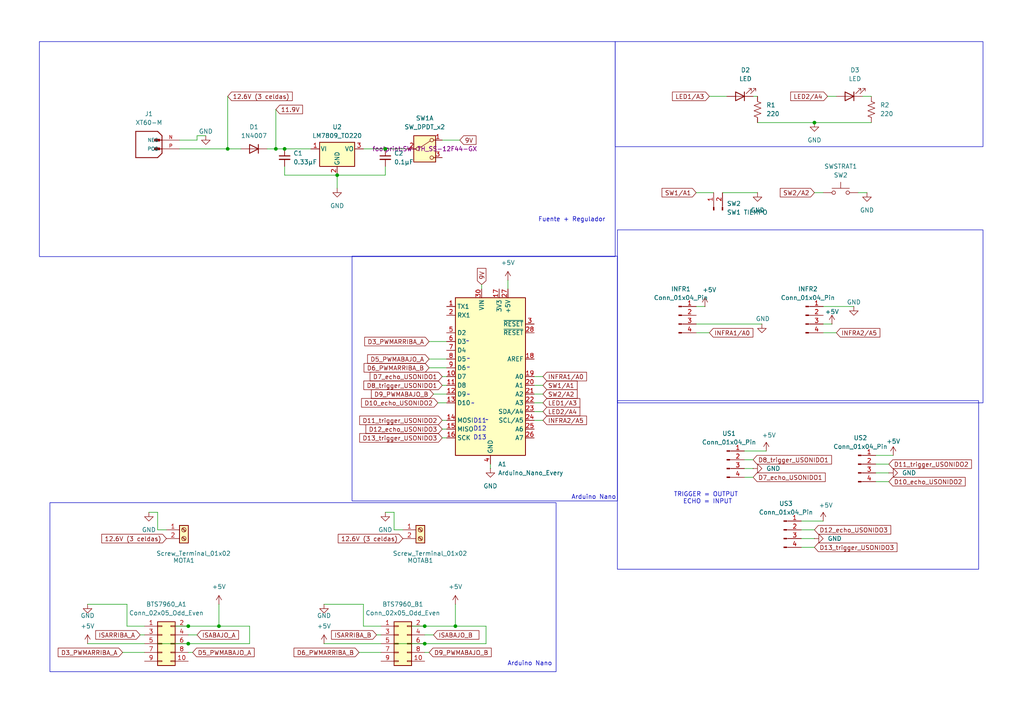
<source format=kicad_sch>
(kicad_sch (version 20250114) (generator "eeschema") (generator_version "9.0")
  (paper "A4")
  (lib_symbols
    (symbol "Connector:Conn_01x02_Pin" (pin_names (offset 1.016) (hide yes))
      (property "Reference" "J" (at 0 2.54 0))
      (property "Value" "Conn_01x02_Pin" (at 0 -5.08 0))
      (symbol "Conn_01x02_Pin_1_1"
        (rectangle (start 0.8636 0.127) (end 0 -0.127) (stroke (width 0.1524)) (fill (type outline)))
        (rectangle (start 0.8636 -2.413) (end 0 -2.667) (stroke (width 0.1524)) (fill (type outline)))
        (polyline (pts (xy 1.27 0) (xy 0.8636 0)) (stroke (width 0.1524)))
        (polyline (pts (xy 1.27 -2.54) (xy 0.8636 -2.54)) (stroke (width 0.1524)))
        (pin passive line (at 5.08 0 180) (length 3.81) (name "Pin_1") (number "1"))
        (pin passive line (at 5.08 -2.54 180) (length 3.81) (name "Pin_2") (number "2"))
      )
    )
    (symbol "Connector:Conn_01x04_Pin" (pin_names (offset 1.016) (hide yes))
      (property "Reference" "J" (at 0 5.08 0))
      (property "Value" "Conn_01x04_Pin" (at 0 -7.62 0))
      (symbol "Conn_01x04_Pin_1_1"
        (rectangle (start 0.8636 2.667) (end 0 2.413) (stroke (width 0.1524)) (fill (type outline)))
        (rectangle (start 0.8636 0.127) (end 0 -0.127) (stroke (width 0.1524)) (fill (type outline)))
        (rectangle (start 0.8636 -2.413) (end 0 -2.667) (stroke (width 0.1524)) (fill (type outline)))
        (rectangle (start 0.8636 -4.953) (end 0 -5.207) (stroke (width 0.1524)) (fill (type outline)))
        (polyline (pts (xy 1.27 2.54) (xy 0.8636 2.54)) (stroke (width 0.1524)))
        (polyline (pts (xy 1.27 0) (xy 0.8636 0)) (stroke (width 0.1524)))
        (polyline (pts (xy 1.27 -2.54) (xy 0.8636 -2.54)) (stroke (width 0.1524)))
        (polyline (pts (xy 1.27 -5.08) (xy 0.8636 -5.08)) (stroke (width 0.1524)))
        (pin passive line (at 5.08 2.54 180) (length 3.81) (name "Pin_1") (number "1"))
        (pin passive line (at 5.08 0 180) (length 3.81) (name "Pin_2") (number "2"))
        (pin passive line (at 5.08 -2.54 180) (length 3.81) (name "Pin_3") (number "3"))
        (pin passive line (at 5.08 -5.08 180) (length 3.81) (name "Pin_4") (number "4"))
      )
    )
    (symbol "Connector:Screw_Terminal_01x02" (pin_names (offset 1.016) (hide yes))
      (property "Reference" "J" (at 0 2.54 0))
      (property "Value" "Screw_Terminal_01x02" (at 0 -5.08 0))
      (symbol "Screw_Terminal_01x02_1_1"
        (rectangle (start -1.27 1.27) (end 1.27 -3.81) (stroke (width 0.254)) (fill (type background)))
        (polyline (pts (xy -0.5334 0.3302) (xy 0.3302 -0.508)) (stroke (width 0.1524)))
        (polyline (pts (xy -0.5334 -2.2098) (xy 0.3302 -3.048)) (stroke (width 0.1524)))
        (polyline (pts (xy -0.3556 0.508) (xy 0.508 -0.3302)) (stroke (width 0.1524)))
        (polyline (pts (xy -0.3556 -2.032) (xy 0.508 -2.8702)) (stroke (width 0.1524)))
        (circle (center 0 0) (radius 0.635) (stroke (width 0.1524)))
        (circle (center 0 -2.54) (radius 0.635) (stroke (width 0.1524)))
        (pin passive line (at -5.08 0 0) (length 3.81) (name "Pin_1") (number "1"))
        (pin passive line (at -5.08 -2.54 0) (length 3.81) (name "Pin_2") (number "2"))
      )
    )
    (symbol "Connector_Generic:Conn_02x05_Odd_Even" (pin_names (offset 1.016) (hide yes))
      (property "Reference" "J" (at 1.27 7.62 0))
      (property "Value" "Conn_02x05_Odd_Even" (at 1.27 -7.62 0))
      (symbol "Conn_02x05_Odd_Even_1_1"
        (rectangle (start -1.27 6.35) (end 3.81 -6.35) (stroke (width 0.254)) (fill (type background)))
        (rectangle (start -1.27 5.207) (end 0 4.953) (stroke (width 0.1524)))
        (rectangle (start -1.27 2.667) (end 0 2.413) (stroke (width 0.1524)))
        (rectangle (start -1.27 0.127) (end 0 -0.127) (stroke (width 0.1524)))
        (rectangle (start -1.27 -2.413) (end 0 -2.667) (stroke (width 0.1524)))
        (rectangle (start -1.27 -4.953) (end 0 -5.207) (stroke (width 0.1524)))
        (rectangle (start 3.81 5.207) (end 2.54 4.953) (stroke (width 0.1524)))
        (rectangle (start 3.81 2.667) (end 2.54 2.413) (stroke (width 0.1524)))
        (rectangle (start 3.81 0.127) (end 2.54 -0.127) (stroke (width 0.1524)))
        (rectangle (start 3.81 -2.413) (end 2.54 -2.667) (stroke (width 0.1524)))
        (rectangle (start 3.81 -4.953) (end 2.54 -5.207) (stroke (width 0.1524)))
        (pin passive line (at -5.08 5.08 0) (length 3.81) (name "Pin_1") (number "1"))
        (pin passive line (at -5.08 2.54 0) (length 3.81) (name "Pin_3") (number "3"))
        (pin passive line (at -5.08 0 0) (length 3.81) (name "Pin_5") (number "5"))
        (pin passive line (at -5.08 -2.54 0) (length 3.81) (name "Pin_7") (number "7"))
        (pin passive line (at -5.08 -5.08 0) (length 3.81) (name "Pin_9") (number "9"))
        (pin passive line (at 7.62 5.08 180) (length 3.81) (name "Pin_2") (number "2"))
        (pin passive line (at 7.62 2.54 180) (length 3.81) (name "Pin_4") (number "4"))
        (pin passive line (at 7.62 0 180) (length 3.81) (name "Pin_6") (number "6"))
        (pin passive line (at 7.62 -2.54 180) (length 3.81) (name "Pin_8") (number "8"))
        (pin passive line (at 7.62 -5.08 180) (length 3.81) (name "Pin_10") (number "10"))
      )
    )
    (symbol "Device:C_Small" (pin_numbers (hide yes)) (pin_names (offset 0.254) (hide yes))
      (property "Reference" "C" (at 0.254 1.778 0))
      (property "Value" "C_Small" (at 0.254 -2.032 0))
      (symbol "C_Small_0_1"
        (polyline (pts (xy -1.524 0.508) (xy 1.524 0.508)) (stroke (width 0.3048)))
        (polyline (pts (xy -1.524 -0.508) (xy 1.524 -0.508)) (stroke (width 0.3302)))
      )
      (symbol "C_Small_1_1"
        (pin passive line (at 0 2.54 270) (length 2.032) (name "~") (number "1"))
        (pin passive line (at 0 -2.54 90) (length 2.032) (name "~") (number "2"))
      )
    )
    (symbol "Device:LED" (pin_numbers (hide yes)) (pin_names (offset 1.016) (hide yes))
      (property "Reference" "D" (at 0 2.54 0))
      (property "Value" "LED" (at 0 -2.54 0))
      (symbol "LED_0_1"
        (polyline (pts (xy -3.048 -0.762) (xy -4.572 -2.286) (xy -3.81 -2.286) (xy -4.572 -2.286) (xy -4.572 -1.524)))
        (polyline (pts (xy -1.778 -0.762) (xy -3.302 -2.286) (xy -2.54 -2.286) (xy -3.302 -2.286) (xy -3.302 -1.524)))
        (polyline (pts (xy -1.27 0) (xy 1.27 0)))
        (polyline (pts (xy -1.27 -1.27) (xy -1.27 1.27)) (stroke (width 0.254)))
        (polyline (pts (xy 1.27 -1.27) (xy 1.27 1.27) (xy -1.27 0) (xy 1.27 -1.27)) (stroke (width 0.254)))
      )
      (symbol "LED_1_1"
        (pin passive line (at -3.81 0 0) (length 2.54) (name "K") (number "1"))
        (pin passive line (at 3.81 0 180) (length 2.54) (name "A") (number "2"))
      )
    )
    (symbol "Device:R_US" (pin_numbers (hide yes)) (pin_names (offset 0))
      (property "Reference" "R" (at 2.54 0 90))
      (property "Value" "R_US" (at -2.54 0 90))
      (symbol "R_US_0_1"
        (polyline (pts (xy 0 2.286) (xy 0 2.54)))
        (polyline (pts (xy 0 2.286) (xy 1.016 1.905) (xy 0 1.524) (xy -1.016 1.143) (xy 0 0.762)))
        (polyline (pts (xy 0 0.762) (xy 1.016 0.381) (xy 0 0) (xy -1.016 -0.381) (xy 0 -0.762)))
        (polyline (pts (xy 0 -0.762) (xy 1.016 -1.143) (xy 0 -1.524) (xy -1.016 -1.905) (xy 0 -2.286)))
        (polyline (pts (xy 0 -2.286) (xy 0 -2.54)))
      )
      (symbol "R_US_1_1"
        (pin passive line (at 0 3.81 270) (length 1.27) (name "~") (number "1"))
        (pin passive line (at 0 -3.81 90) (length 1.27) (name "~") (number "2"))
      )
    )
    (symbol "Diode:1N4007" (pin_numbers (hide yes)) (pin_names (hide yes))
      (property "Reference" "D" (at 0 2.54 0))
      (property "Value" "1N4007" (at 0 -2.54 0))
      (symbol "1N4007_0_1"
        (polyline (pts (xy -1.27 1.27) (xy -1.27 -1.27)) (stroke (width 0.254)))
        (polyline (pts (xy 1.27 1.27) (xy 1.27 -1.27) (xy -1.27 0) (xy 1.27 1.27)) (stroke (width 0.254)))
        (polyline (pts (xy 1.27 0) (xy -1.27 0)))
      )
      (symbol "1N4007_1_1"
        (pin passive line (at -3.81 0 0) (length 2.54) (name "K") (number "1"))
        (pin passive line (at 3.81 0 180) (length 2.54) (name "A") (number "2"))
      )
    )
    (symbol "MCU_Module:Arduino_Nano_Every"
      (property "Reference" "A" (at -10.16 23.495 0))
      (property "Value" "Arduino_Nano_Every" (at 5.08 -24.13 0))
      (symbol "Arduino_Nano_Every_0_1"
        (rectangle (start -10.16 22.86) (end 10.16 -22.86) (stroke (width 0.254)) (fill (type background)))
      )
      (symbol "Arduino_Nano_Every_1_1"
        (pin bidirectional line (at -12.7 20.32 0) (length 2.54) (name "TX1") (number "1"))
        (pin bidirectional line (at -12.7 17.78 0) (length 2.54) (name "RX1") (number "2"))
        (pin bidirectional line (at -12.7 12.7 0) (length 2.54) (name "D2") (number "5"))
        (pin bidirectional line (at -12.7 10.16 0) (length 2.54) (name "D3") (number "6"))
        (pin bidirectional line (at -12.7 7.62 0) (length 2.54) (name "D4") (number "7"))
        (pin bidirectional line (at -12.7 5.08 0) (length 2.54) (name "D5") (number "8"))
        (pin bidirectional line (at -12.7 2.54 0) (length 2.54) (name "D6") (number "9"))
        (pin bidirectional line (at -12.7 0 0) (length 2.54) (name "D7") (number "10"))
        (pin bidirectional line (at -12.7 -2.54 0) (length 2.54) (name "D8") (number "11"))
        (pin bidirectional line (at -12.7 -5.08 0) (length 2.54) (name "D9") (number "12"))
        (pin bidirectional line (at -12.7 -7.62 0) (length 2.54) (name "D10") (number "13"))
        (pin bidirectional line (at -12.7 -12.7 0) (length 2.54) (name "MOSI") (number "14"))
        (pin bidirectional line (at -12.7 -15.24 0) (length 2.54) (name "MISO") (number "15"))
        (pin bidirectional line (at -12.7 -17.78 0) (length 2.54) (name "SCK") (number "16"))
        (pin power_in line (at -2.54 25.4 270) (length 2.54) (name "VIN") (number "30"))
        (pin passive line (at 0 -25.4 90) (length 2.54) (hide yes) (name "GND") (number "29"))
        (pin power_in line (at 0 -25.4 90) (length 2.54) (name "GND") (number "4"))
        (pin power_out line (at 2.54 25.4 270) (length 2.54) (name "3V3") (number "17"))
        (pin power_out line (at 5.08 25.4 270) (length 2.54) (name "+5V") (number "27"))
        (pin input line (at 12.7 15.24 180) (length 2.54) (name "~{RESET}") (number "3"))
        (pin input line (at 12.7 12.7 180) (length 2.54) (name "~{RESET}") (number "28"))
        (pin input line (at 12.7 5.08 180) (length 2.54) (name "AREF") (number "18"))
        (pin bidirectional line (at 12.7 0 180) (length 2.54) (name "A0") (number "19"))
        (pin bidirectional line (at 12.7 -2.54 180) (length 2.54) (name "A1") (number "20"))
        (pin bidirectional line (at 12.7 -5.08 180) (length 2.54) (name "A2") (number "21"))
        (pin bidirectional line (at 12.7 -7.62 180) (length 2.54) (name "A3") (number "22"))
        (pin bidirectional line (at 12.7 -10.16 180) (length 2.54) (name "SDA/A4") (number "23"))
        (pin bidirectional line (at 12.7 -12.7 180) (length 2.54) (name "SCL/A5") (number "24"))
        (pin bidirectional line (at 12.7 -15.24 180) (length 2.54) (name "A6") (number "25"))
        (pin bidirectional line (at 12.7 -17.78 180) (length 2.54) (name "A7") (number "26"))
      )
    )
    (symbol "Regulator_Linear:LM7809_TO220" (pin_names (offset 0.254))
      (property "Reference" "U" (at -3.81 3.175 0))
      (property "Value" "LM7809_TO220" (at 0 3.175 0))
      (symbol "LM7809_TO220_0_1"
        (rectangle (start -5.08 1.905) (end 5.08 -5.08) (stroke (width 0.254)) (fill (type background)))
      )
      (symbol "LM7809_TO220_1_1"
        (pin power_in line (at -7.62 0 0) (length 2.54) (name "VI") (number "1"))
        (pin power_in line (at 0 -7.62 90) (length 2.54) (name "GND") (number "2"))
        (pin power_out line (at 7.62 0 180) (length 2.54) (name "VO") (number "3"))
      )
    )
    (symbol "Switch:SW_DPDT_x2" (pin_names (offset 0) (hide yes))
      (property "Reference" "SW" (at 0 5.08 0))
      (property "Value" "SW_DPDT_x2" (at 0 -5.08 0))
      (symbol "SW_DPDT_x2_0_0"
        (circle (center -2.032 0) (radius 0.508))
        (circle (center 2.032 -2.54) (radius 0.508))
      )
      (symbol "SW_DPDT_x2_0_1"
        (rectangle (start -3.175 3.81) (end 3.175 -3.81) (stroke (width 0.254)) (fill (type background)))
        (polyline (pts (xy -1.524 0.254) (xy 1.5748 2.286)))
        (circle (center 2.032 2.54) (radius 0.508))
      )
      (symbol "SW_DPDT_x2_1_1"
        (pin passive line (at -5.08 0 0) (length 2.54) (name "B") (number "2"))
        (pin passive line (at 5.08 2.54 180) (length 2.54) (name "A") (number "1"))
        (pin passive line (at 5.08 -2.54 180) (length 2.54) (name "C") (number "3"))
      )
      (symbol "SW_DPDT_x2_2_1"
        (pin passive line (at -5.08 0 0) (length 2.54) (name "B") (number "5"))
        (pin passive line (at 5.08 2.54 180) (length 2.54) (name "A") (number "4"))
        (pin passive line (at 5.08 -2.54 180) (length 2.54) (name "C") (number "6"))
      )
    )
    (symbol "Switch:SW_Push" (pin_numbers (hide yes)) (pin_names (offset 1.016) (hide yes))
      (property "Reference" "SW" (at 1.27 2.54 0))
      (property "Value" "SW_Push" (at 0 -1.524 0))
      (symbol "SW_Push_0_1"
        (circle (center -2.032 0) (radius 0.508))
        (polyline (pts (xy 0 1.27) (xy 0 3.048)))
        (circle (center 2.032 0) (radius 0.508))
        (polyline (pts (xy 2.54 1.27) (xy -2.54 1.27)))
        (pin passive line (at -5.08 0 0) (length 2.54) (name "1") (number "1"))
        (pin passive line (at 5.08 0 180) (length 2.54) (name "2") (number "2"))
      )
    )
    (symbol "XT60-M:XT60-M" (pin_names (offset 1.016))
      (property "Reference" "J" (at 0 6.35 0))
      (property "Value" "XT60-M" (at 0 -5.08 0))
      (symbol "XT60-M_0_0"
        (polyline (pts (xy 0 3.81) (xy 0 2.54)) (stroke (width 0.254)))
        (polyline (pts (xy 0 3.81) (xy 1.27 5.08)) (stroke (width 0.254)))
        (polyline (pts (xy 0 2.54) (xy 0 -1.27)) (stroke (width 0.254)))
        (polyline (pts (xy 0 2.54) (xy 1.905 2.54)) (stroke (width 0.254)))
        (polyline (pts (xy 0 0) (xy 1.905 0)) (stroke (width 0.254)))
        (polyline (pts (xy 0 -1.27) (xy 1.27 -2.54)) (stroke (width 0.254)))
        (rectangle (start 0.635 2.2225) (end 2.2225 2.8575) (stroke (width 0.1)) (fill (type outline)))
        (rectangle (start 0.635 -0.3175) (end 2.2225 0.3175) (stroke (width 0.1)) (fill (type outline)))
        (polyline (pts (xy 1.27 -2.54) (xy 7.62 -2.54)) (stroke (width 0.254)))
        (polyline (pts (xy 7.62 5.08) (xy 1.27 5.08)) (stroke (width 0.254)))
        (polyline (pts (xy 7.62 -2.54) (xy 7.62 5.08)) (stroke (width 0.254)))
        (pin passive line (at -5.08 2.54 0) (length 5.08) (name "POS") (number "P"))
        (pin passive line (at -5.08 0 0) (length 5.08) (name "NEG") (number "N"))
      )
    )
    (symbol "power:+5V" (power) (pin_numbers (hide yes)) (pin_names (offset 0) (hide yes))
      (property "Value" "+5V" (at 0 3.556 0))
      (symbol "+5V_0_1"
        (polyline (pts (xy -0.762 1.27) (xy 0 2.54)))
        (polyline (pts (xy 0 2.54) (xy 0.762 1.27)))
        (polyline (pts (xy 0 0) (xy 0 2.54)))
      )
      (symbol "+5V_1_1"
        (pin power_in line (at 0 0 90) (length 0) (name "~") (number "1"))
      )
    )
    (symbol "power:GND" (power) (pin_numbers (hide yes)) (pin_names (offset 0) (hide yes))
      (property "Value" "GND" (at 0 -3.81 0))
      (symbol "GND_0_1"
        (polyline (pts (xy 0 0) (xy 0 -1.27) (xy 1.27 -1.27) (xy 0 -2.54) (xy -1.27 -1.27) (xy 0 -1.27)))
      )
      (symbol "GND_1_1"
        (pin power_in line (at 0 0 270) (length 0) (name "~") (number "1"))
      )
    )
  )
  (rectangle (start 102.108 74.295) (end 179.07 145.288))
  (rectangle (start 179.07 66.675) (end 285.115 116.84))
  (rectangle (start 11.43 12.065) (end 178.435 74.422))
  (rectangle (start 14.478 145.796) (end 161.29 194.818))
  (rectangle (start 178.435 12.065) (end 285.115 42.545))
  (rectangle (start 179.07 116.205) (end 283.845 165.1))
  (text "~\n" (at 135.89 106.68 0) (effects (font (size 1.27 1.27))))
  (text "D12\n" (at 139.192 124.46 0) (effects (font (size 1.27 1.27))))
  (text "Arduino Nano\n" (at 172.212 144.272 0) (effects (font (size 1.27 1.27))))
  (text "D11\n" (at 139.192 122.174 0) (effects (font (size 1.27 1.27))))
  (text "~\n" (at 135.89 114.554 0) (effects (font (size 1.27 1.27))))
  (text "Arduino Nano\n" (at 153.67 192.532 0) (effects (font (size 1.27 1.27))))
  (text "~\n" (at 137.16 117.094 0) (effects (font (size 1.27 1.27))))
  (text "TRIGGER = OUTPUT \nECHO = INPUT\n" (at 205.232 144.526 0) (effects (font (size 1.27 1.27))))
  (text "~\n" (at 135.636 99.06 0) (effects (font (size 1.27 1.27))))
  (text "~\n" (at 141.224 121.92 0) (effects (font (size 1.27 1.27))))
  (text "Fuente + Regulador\n" (at 165.862 63.754 0) (effects (font (size 1.27 1.27))))
  (text "D13\n" (at 139.192 127 0) (effects (font (size 1.27 1.27))))
  (text "~\n" (at 135.89 104.14 0) (effects (font (size 1.27 1.27))))
  (junction (at 132.08 181.61))
  (junction (at 97.79 50.8))
  (junction (at 80.01 43.18))
  (junction (at 54.61 181.61))
  (junction (at 63.5 181.61))
  (junction (at 54.61 186.69))
  (junction (at 111.76 43.18))
  (junction (at 123.19 181.61))
  (junction (at 123.19 186.69))
  (junction (at 236.22 35.56))
  (junction (at 66.04 43.18))
  (junction (at 82.55 43.18))
  (wire (pts (xy 57.15 40.64) (xy 52.07 40.64)))
  (wire (pts (xy 147.32 81.28) (xy 147.32 83.82)))
  (wire (pts (xy 50.8 181.61) (xy 54.61 181.61)))
  (wire (pts (xy 93.98 186.69) (xy 110.49 186.69)))
  (wire (pts (xy 157.48 109.22) (xy 154.94 109.22)))
  (wire (pts (xy 82.55 48.26) (xy 82.55 50.8)))
  (wire (pts (xy 240.03 27.94) (xy 242.57 27.94)))
  (wire (pts (xy 157.48 114.3) (xy 154.94 114.3)))
  (wire (pts (xy 251.46 55.88) (xy 248.92 55.88)))
  (wire (pts (xy 215.9 135.89) (xy 218.44 135.89)))
  (wire (pts (xy 219.71 35.56) (xy 236.22 35.56)))
  (wire (pts (xy 63.5 175.26) (xy 63.5 181.61)))
  (wire (pts (xy 140.97 181.61) (xy 132.08 181.61)))
  (wire (pts (xy 236.22 153.67) (xy 232.41 153.67)))
  (wire (pts (xy 128.27 121.92) (xy 129.54 121.92)))
  (wire (pts (xy 140.97 181.61) (xy 140.97 186.69)))
  (wire (pts (xy 218.44 133.35) (xy 215.9 133.35)))
  (wire (pts (xy 157.48 116.84) (xy 154.94 116.84)))
  (wire (pts (xy 132.08 175.26) (xy 132.08 181.61)))
  (wire (pts (xy 236.22 156.21) (xy 232.41 156.21)))
  (wire (pts (xy 82.55 50.8) (xy 97.79 50.8)))
  (wire (pts (xy 93.98 175.26) (xy 105.41 175.26)))
  (wire (pts (xy 139.7 82.55) (xy 139.7 83.82)))
  (wire (pts (xy 218.44 138.43) (xy 215.9 138.43)))
  (wire (pts (xy 105.41 181.61) (xy 110.49 181.61)))
  (wire (pts (xy 118.11 43.18) (xy 111.76 43.18)))
  (wire (pts (xy 114.3 186.69) (xy 123.19 186.69)))
  (wire (pts (xy 241.3 93.98) (xy 238.76 93.98)))
  (wire (pts (xy 124.46 106.68) (xy 129.54 106.68)))
  (wire (pts (xy 124.46 99.06) (xy 129.54 99.06)))
  (wire (pts (xy 128.27 124.46) (xy 129.54 124.46)))
  (wire (pts (xy 40.64 184.15) (xy 41.91 184.15)))
  (wire (pts (xy 59.69 39.37) (xy 57.15 39.37)))
  (wire (pts (xy 123.19 181.61) (xy 132.08 181.61)))
  (wire (pts (xy 57.15 184.15) (xy 54.61 184.15)))
  (wire (pts (xy 52.07 43.18) (xy 66.04 43.18)))
  (wire (pts (xy 111.76 148.59) (xy 114.3 148.59)))
  (wire (pts (xy 242.57 96.52) (xy 238.76 96.52)))
  (wire (pts (xy 43.18 148.59) (xy 45.72 148.59)))
  (wire (pts (xy 250.19 27.94) (xy 252.73 27.94)))
  (wire (pts (xy 109.22 184.15) (xy 110.49 184.15)))
  (wire (pts (xy 128.27 109.22) (xy 129.54 109.22)))
  (wire (pts (xy 82.55 43.18) (xy 90.17 43.18)))
  (wire (pts (xy 114.3 153.67) (xy 116.84 153.67)))
  (wire (pts (xy 97.79 50.8) (xy 97.79 54.61)))
  (wire (pts (xy 66.04 43.18) (xy 69.85 43.18)))
  (wire (pts (xy 205.74 27.94) (xy 210.82 27.94)))
  (wire (pts (xy 201.93 55.88) (xy 207.01 55.88)))
  (wire (pts (xy 72.39 181.61) (xy 72.39 186.69)))
  (wire (pts (xy 45.72 153.67) (xy 48.26 153.67)))
  (wire (pts (xy 124.46 104.14) (xy 129.54 104.14)))
  (wire (pts (xy 125.73 184.15) (xy 123.19 184.15)))
  (wire (pts (xy 123.19 186.69) (xy 140.97 186.69)))
  (wire (pts (xy 222.25 130.81) (xy 215.9 130.81)))
  (wire (pts (xy 257.81 137.16) (xy 254 137.16)))
  (wire (pts (xy 124.46 189.23) (xy 123.19 189.23)))
  (wire (pts (xy 114.3 148.59) (xy 114.3 153.67)))
  (wire (pts (xy 247.65 88.9) (xy 238.76 88.9)))
  (wire (pts (xy 238.76 151.13) (xy 232.41 151.13)))
  (wire (pts (xy 257.81 139.7) (xy 254 139.7)))
  (wire (pts (xy 127 116.84) (xy 129.54 116.84)))
  (wire (pts (xy 236.22 55.88) (xy 238.76 55.88)))
  (wire (pts (xy 125.73 114.3) (xy 129.54 114.3)))
  (wire (pts (xy 35.56 189.23) (xy 41.91 189.23)))
  (wire (pts (xy 236.22 158.75) (xy 232.41 158.75)))
  (wire (pts (xy 259.08 132.08) (xy 254 132.08)))
  (wire (pts (xy 54.61 181.61) (xy 63.5 181.61)))
  (wire (pts (xy 133.35 40.64) (xy 128.27 40.64)))
  (wire (pts (xy 157.48 111.76) (xy 154.94 111.76)))
  (wire (pts (xy 157.48 121.92) (xy 154.94 121.92)))
  (wire (pts (xy 218.44 27.94) (xy 219.71 27.94)))
  (wire (pts (xy 204.47 88.9) (xy 201.93 88.9)))
  (wire (pts (xy 104.14 189.23) (xy 110.49 189.23)))
  (wire (pts (xy 157.48 119.38) (xy 154.94 119.38)))
  (wire (pts (xy 119.38 181.61) (xy 123.19 181.61)))
  (wire (pts (xy 111.76 48.26) (xy 111.76 50.8)))
  (wire (pts (xy 257.81 134.62) (xy 254 134.62)))
  (wire (pts (xy 66.04 27.94) (xy 66.04 43.18)))
  (wire (pts (xy 25.4 186.69) (xy 41.91 186.69)))
  (wire (pts (xy 80.01 31.75) (xy 80.01 43.18)))
  (wire (pts (xy 142.24 135.89) (xy 142.24 134.62)))
  (wire (pts (xy 54.61 186.69) (xy 72.39 186.69)))
  (wire (pts (xy 72.39 181.61) (xy 63.5 181.61)))
  (wire (pts (xy 36.83 175.26) (xy 36.83 181.61)))
  (wire (pts (xy 205.74 96.52) (xy 201.93 96.52)))
  (wire (pts (xy 36.83 181.61) (xy 41.91 181.61)))
  (wire (pts (xy 77.47 43.18) (xy 80.01 43.18)))
  (wire (pts (xy 57.15 39.37) (xy 57.15 40.64)))
  (wire (pts (xy 201.93 93.98) (xy 220.98 93.98)))
  (wire (pts (xy 105.41 175.26) (xy 105.41 181.61)))
  (wire (pts (xy 45.72 148.59) (xy 45.72 153.67)))
  (wire (pts (xy 128.27 127) (xy 129.54 127)))
  (wire (pts (xy 80.01 43.18) (xy 82.55 43.18)))
  (wire (pts (xy 236.22 35.56) (xy 252.73 35.56)))
  (wire (pts (xy 105.41 43.18) (xy 111.76 43.18)))
  (wire (pts (xy 209.55 55.88) (xy 219.71 55.88)))
  (wire (pts (xy 111.76 50.8) (xy 97.79 50.8)))
  (wire (pts (xy 45.72 186.69) (xy 54.61 186.69)))
  (wire (pts (xy 25.4 175.26) (xy 36.83 175.26)))
  (wire (pts (xy 128.27 111.76) (xy 129.54 111.76)))
  (wire (pts (xy 55.88 189.23) (xy 54.61 189.23)))
  (global_label "D9_PWMABAJO_B" (shape input) (at 124.46 189.23 0) (property "Intersheetrefs" "${INTERSHEET_REFS}" (effects (hide yes))))
  (global_label "INFRA2{slash}A5" (shape input) (at 157.48 121.92 0) (property "Intersheetrefs" "${INTERSHEET_REFS}" (effects (hide yes))))
  (global_label "11.9V" (shape input) (at 80.01 31.75 0) (property "Intersheetrefs" "${INTERSHEET_REFS}" (effects (hide yes))))
  (global_label "D3_PWMARRIBA_A" (shape input) (at 124.46 99.06 180) (property "Intersheetrefs" "${INTERSHEET_REFS}" (effects (hide yes))))
  (global_label "D8_trigger_USONIDO1" (shape input) (at 218.44 133.35 0) (property "Intersheetrefs" "${INTERSHEET_REFS}" (effects (hide yes))))
  (global_label "D3_PWMARRIBA_A" (shape input) (at 35.56 189.23 180) (property "Intersheetrefs" "${INTERSHEET_REFS}" (effects (hide yes))))
  (global_label "LED2{slash}A4" (shape input) (at 157.48 119.38 0) (property "Intersheetrefs" "${INTERSHEET_REFS}" (effects (hide yes))))
  (global_label "D11_trigger_USONIDO2" (shape input) (at 257.81 134.62 0) (property "Intersheetrefs" "${INTERSHEET_REFS}" (effects (hide yes))))
  (global_label "INFRA2{slash}A5" (shape input) (at 242.57 96.52 0) (property "Intersheetrefs" "${INTERSHEET_REFS}" (effects (hide yes))))
  (global_label "12.6V (3 celdas)" (shape input) (at 116.84 156.21 180) (property "Intersheetrefs" "${INTERSHEET_REFS}" (effects (hide yes))))
  (global_label "INFRA1{slash}A0" (shape input) (at 157.48 109.22 0) (property "Intersheetrefs" "${INTERSHEET_REFS}" (effects (hide yes))))
  (global_label "D5_PWMABAJO_A" (shape input) (at 55.88 189.23 0) (property "Intersheetrefs" "${INTERSHEET_REFS}" (effects (hide yes))))
  (global_label "D12_echo_USONIDO3" (shape input) (at 236.22 153.67 0) (property "Intersheetrefs" "${INTERSHEET_REFS}" (effects (hide yes))))
  (global_label "LED1{slash}A3" (shape input) (at 157.48 116.84 0) (property "Intersheetrefs" "${INTERSHEET_REFS}" (effects (hide yes))))
  (global_label "ISARRIBA_A" (shape input) (at 40.64 184.15 180) (property "Intersheetrefs" "${INTERSHEET_REFS}" (effects (hide yes))))
  (global_label "ISABAJO_B " (shape input) (at 125.73 184.15 0) (property "Intersheetrefs" "${INTERSHEET_REFS}" (effects (hide yes))))
  (global_label "D7_echo_USONIDO1" (shape input) (at 128.27 109.22 180) (property "Intersheetrefs" "${INTERSHEET_REFS}" (effects (hide yes))))
  (global_label "D7_echo_USONIDO1" (shape input) (at 218.44 138.43 0) (property "Intersheetrefs" "${INTERSHEET_REFS}" (effects (hide yes))))
  (global_label "D9_PWMABAJO_B" (shape input) (at 125.73 114.3 180) (property "Intersheetrefs" "${INTERSHEET_REFS}" (effects (hide yes))))
  (global_label "SW2{slash}A2" (shape input) (at 157.48 114.3 0) (property "Intersheetrefs" "${INTERSHEET_REFS}" (effects (hide yes))))
  (global_label "D11_trigger_USONIDO2" (shape input) (at 128.27 121.92 180) (property "Intersheetrefs" "${INTERSHEET_REFS}" (effects (hide yes))))
  (global_label "12.6V (3 celdas)" (shape input) (at 66.04 27.94 0) (property "Intersheetrefs" "${INTERSHEET_REFS}" (effects (hide yes))))
  (global_label "SW1{slash}A1" (shape input) (at 157.48 111.76 0) (property "Intersheetrefs" "${INTERSHEET_REFS}" (effects (hide yes))))
  (global_label "D6_PWMARRIBA_B" (shape input) (at 124.46 106.68 180) (property "Intersheetrefs" "${INTERSHEET_REFS}" (effects (hide yes))))
  (global_label "ISARRIBA_B" (shape input) (at 109.22 184.15 180) (property "Intersheetrefs" "${INTERSHEET_REFS}" (effects (hide yes))))
  (global_label "SW2{slash}A2" (shape input) (at 236.22 55.88 180) (property "Intersheetrefs" "${INTERSHEET_REFS}" (effects (hide yes))))
  (global_label "D10_echo_USONIDO2" (shape input) (at 257.81 139.7 0) (property "Intersheetrefs" "${INTERSHEET_REFS}" (effects (hide yes))))
  (global_label "9V" (shape input) (at 133.35 40.64 0) (property "Intersheetrefs" "${INTERSHEET_REFS}" (effects (hide yes))))
  (global_label "D8_trigger_USONIDO1" (shape input) (at 128.27 111.76 180) (property "Intersheetrefs" "${INTERSHEET_REFS}" (effects (hide yes))))
  (global_label "9V" (shape input) (at 139.7 82.55 90) (property "Intersheetrefs" "${INTERSHEET_REFS}" (effects (hide yes))))
  (global_label "D6_PWMARRIBA_B" (shape input) (at 104.14 189.23 180) (property "Intersheetrefs" "${INTERSHEET_REFS}" (effects (hide yes))))
  (global_label "INFRA1{slash}A0" (shape input) (at 205.74 96.52 0) (property "Intersheetrefs" "${INTERSHEET_REFS}" (effects (hide yes))))
  (global_label "D5_PWMABAJO_A" (shape input) (at 124.46 104.14 180) (property "Intersheetrefs" "${INTERSHEET_REFS}" (effects (hide yes))))
  (global_label "D10_echo_USONIDO2" (shape input) (at 127 116.84 180) (property "Intersheetrefs" "${INTERSHEET_REFS}" (effects (hide yes))))
  (global_label "ISABAJO_A" (shape input) (at 57.15 184.15 0) (property "Intersheetrefs" "${INTERSHEET_REFS}" (effects (hide yes))))
  (global_label "LED1{slash}A3" (shape input) (at 205.74 27.94 180) (property "Intersheetrefs" "${INTERSHEET_REFS}" (effects (hide yes))))
  (global_label "D13_trigger_USONIDO3" (shape input) (at 128.27 127 180) (property "Intersheetrefs" "${INTERSHEET_REFS}" (effects (hide yes))))
  (global_label "SW1{slash}A1" (shape input) (at 201.93 55.88 180) (property "Intersheetrefs" "${INTERSHEET_REFS}" (effects (hide yes))))
  (global_label "D12_echo_USONIDO3" (shape input) (at 128.27 124.46 180) (property "Intersheetrefs" "${INTERSHEET_REFS}" (effects (hide yes))))
  (global_label "LED2{slash}A4" (shape input) (at 240.03 27.94 180) (property "Intersheetrefs" "${INTERSHEET_REFS}" (effects (hide yes))))
  (global_label "12.6V (3 celdas)" (shape input) (at 48.26 156.21 180) (property "Intersheetrefs" "${INTERSHEET_REFS}" (effects (hide yes))))
  (global_label "D13_trigger_USONIDO3" (shape input) (at 236.22 158.75 0) (property "Intersheetrefs" "${INTERSHEET_REFS}" (effects (hide yes))))
  (symbol (lib_id "Connector:Conn_01x04_Pin") (at 210.82 133.35 0) (unit 1)
    (property "Reference" "US1" (at 211.455 125.73 0))
    (property "Value" "Conn_01x04_Pin" (at 211.455 128.27 0))
    (property "Footprint" "Connector_PinSocket_2.54mm:PinSocket_1x04_P2.54mm_Vertical" (effects (hide yes)))
    (property "Description" "Generic connector, single row, 01x04, script generated" (effects (hide yes)))
  )
  (symbol (lib_id "power:+5V") (at 132.08 175.26 0) (unit 1)
    (property "Reference" "#PWR025" (effects (hide yes)))
    (property "Value" "+5V" (at 132.08 170.18 0))
    (property "Description" "Power symbol creates a global label with name \"+5V\"" (effects (hide yes)))
  )
  (symbol (lib_id "Device:R_US") (at 219.71 31.75 0) (unit 1)
    (property "Reference" "R1" (at 222.25 30.4799 0) (effects (justify left)))
    (property "Value" "220" (at 222.25 33.0199 0) (effects (justify left)))
    (property "Footprint" "Resistor_THT:R_Axial_DIN0204_L3.6mm_D1.6mm_P7.62mm_Horizontal" (effects (hide yes)))
    (property "Description" "Resistor, US symbol" (effects (hide yes)))
  )
  (symbol (lib_id "power:GND") (at 25.4 175.26 0) (unit 1)
    (property "Reference" "#PWR021" (effects (hide yes)))
    (property "Value" "GND" (at 25.4 178.562 0))
    (property "Description" "Power symbol creates a global label with name \"GND\" , ground" (effects (hide yes)))
  )
  (symbol (lib_id "power:GND") (at 219.71 55.88 0) (unit 1)
    (property "Reference" "#PWR09" (effects (hide yes)))
    (property "Value" "GND" (at 219.71 60.96 0))
    (property "Description" "Power symbol creates a global label with name \"GND\" , ground" (effects (hide yes)))
  )
  (symbol (lib_id "power:+5V") (at 147.32 81.28 0) (unit 1)
    (property "Reference" "#PWR04" (effects (hide yes)))
    (property "Value" "+5V" (at 147.32 76.2 0))
    (property "Description" "Power symbol creates a global label with name \"+5V\"" (effects (hide yes)))
  )
  (symbol (lib_id "Connector:Screw_Terminal_01x02") (at 121.92 153.67 0) (unit 1)
    (property "Reference" "MOTAB1" (at 121.92 162.56 0))
    (property "Value" "Screw_Terminal_01x02" (at 124.714 160.528 0))
    (property "Footprint" "TerminalBlock:TerminalBlock_bornier-2_P5.08mm" (effects (hide yes)))
    (property "Description" "Generic screw terminal, single row, 01x02, script generated (kicad-library-utils/schlib/autogen/connector/)" (effects (hide yes)))
  )
  (symbol (lib_id "Regulator_Linear:LM7809_TO220") (at 97.79 43.18 0) (unit 1)
    (property "Reference" "U2" (at 97.79 36.83 0))
    (property "Value" "LM7809_TO220" (at 97.79 39.37 0))
    (property "Footprint" "Package_TO_SOT_THT:TO-220-3_Vertical" (effects (hide yes)))
    (property "Datasheet" "https://www.onsemi.cn/PowerSolutions/document/MC7800-D.PDF" (effects (hide yes)))
    (property "Description" "Positive 1A 35V Linear Regulator, Fixed Output 9V, TO-220" (effects (hide yes)))
  )
  (symbol (lib_id "power:GND") (at 218.44 135.89 90) (unit 1)
    (property "Reference" "#PWR017" (effects (hide yes)))
    (property "Value" "GND" (at 222.25 135.8899 90) (effects (justify right)))
    (property "Description" "Power symbol creates a global label with name \"GND\" , ground" (effects (hide yes)))
  )
  (symbol (lib_id "Device:C_Small") (at 82.55 45.72 0) (unit 1)
    (property "Reference" "C1" (at 85.09 44.4562 0) (effects (justify left)))
    (property "Value" "0.33µF" (at 85.09 46.9962 0) (effects (justify left)))
    (property "Footprint" "Capacitor_THT:C_Disc_D3.0mm_W1.6mm_P2.50mm" (effects (hide yes)))
    (property "Description" "Unpolarized capacitor, small symbol" (effects (hide yes)))
  )
  (symbol (lib_id "Connector:Screw_Terminal_01x02") (at 53.34 153.67 0) (unit 1)
    (property "Reference" "MOTA1" (at 53.34 162.56 0))
    (property "Value" "Screw_Terminal_01x02" (at 56.134 160.528 0))
    (property "Footprint" "TerminalBlock:TerminalBlock_bornier-2_P5.08mm" (effects (hide yes)))
    (property "Description" "Generic screw terminal, single row, 01x02, script generated (kicad-library-utils/schlib/autogen/connector/)" (effects (hide yes)))
  )
  (symbol (lib_id "power:GND") (at 247.65 88.9 0) (unit 1)
    (property "Reference" "#PWR011" (effects (hide yes)))
    (property "Value" "GND" (at 247.65 87.63 0))
    (property "Description" "Power symbol creates a global label with name \"GND\" , ground" (effects (hide yes)))
  )
  (symbol (lib_id "power:+5V") (at 93.98 186.69 0) (unit 1)
    (property "Reference" "#PWR06" (effects (hide yes)))
    (property "Value" "+5V" (at 93.98 181.61 0))
    (property "Description" "Power symbol creates a global label with name \"+5V\"" (effects (hide yes)))
  )
  (symbol (lib_id "Connector:Conn_01x04_Pin") (at 233.68 91.44 0) (unit 1)
    (property "Reference" "INFR2" (at 234.315 83.82 0))
    (property "Value" "Conn_01x04_Pin" (at 234.315 86.36 0))
    (property "Footprint" "Connector_PinSocket_2.54mm:PinSocket_1x04_P2.54mm_Vertical" (effects (hide yes)))
    (property "Description" "Generic connector, single row, 01x04, script generated" (effects (hide yes)))
  )
  (symbol (lib_id "power:GND") (at 251.46 55.88 0) (unit 1)
    (property "Reference" "#PWR08" (effects (hide yes)))
    (property "Value" "GND" (at 251.46 60.96 0))
    (property "Description" "Power symbol creates a global label with name \"GND\" , ground" (effects (hide yes)))
  )
  (symbol (lib_id "Connector:Conn_01x02_Pin") (at 207.01 60.96 90) (unit 1)
    (property "Reference" "SW2" (at 210.82 59.0549 90) (effects (justify right)))
    (property "Value" "SW1 TIEMPO" (at 210.82 61.5949 90) (effects (justify right)))
    (property "Footprint" "Connector_PinSocket_2.54mm:PinSocket_1x02_P2.54mm_Vertical" (effects (hide yes)))
    (property "Description" "Generic connector, single row, 01x02, script generated" (effects (hide yes)))
  )
  (symbol (lib_id "power:GND") (at 236.22 156.21 90) (unit 1)
    (property "Reference" "#PWR019" (effects (hide yes)))
    (property "Value" "GND" (at 240.03 156.2099 90) (effects (justify right)))
    (property "Description" "Power symbol creates a global label with name \"GND\" , ground" (effects (hide yes)))
  )
  (symbol (lib_id "Device:LED") (at 214.63 27.94 180) (unit 1)
    (property "Reference" "D2" (at 216.2175 20.32 0))
    (property "Value" "LED" (at 216.2175 22.86 0))
    (property "Footprint" "LED_THT:LED_D3.0mm" (effects (hide yes)))
    (property "Description" "Light emitting diode" (effects (hide yes)))
  )
  (symbol (lib_id "Switch:SW_Push") (at 243.84 55.88 0) (unit 1)
    (property "Reference" "SWSTRAT1" (at 243.84 48.26 0))
    (property "Value" "SW2" (at 243.84 50.8 0))
    (property "Footprint" "Switch_Keyboard_Kailh:SW_Kailh_KH" (effects (hide yes)))
    (property "Description" "Push button switch, generic, two pins" (effects (hide yes)))
  )
  (symbol (lib_id "Device:R_US") (at 252.73 31.75 0) (unit 1)
    (property "Reference" "R2" (at 255.27 30.4799 0) (effects (justify left)))
    (property "Value" "220" (at 255.27 33.0199 0) (effects (justify left)))
    (property "Footprint" "Resistor_THT:R_Axial_DIN0204_L3.6mm_D1.6mm_P7.62mm_Horizontal" (effects (hide yes)))
    (property "Description" "Resistor, US symbol" (effects (hide yes)))
  )
  (symbol (lib_id "power:+5V") (at 25.4 186.69 0) (unit 1)
    (property "Reference" "#PWR022" (effects (hide yes)))
    (property "Value" "+5V" (at 25.4 181.61 0))
    (property "Description" "Power symbol creates a global label with name \"+5V\"" (effects (hide yes)))
  )
  (symbol (lib_id "power:+5V") (at 222.25 130.81 0) (unit 1)
    (property "Reference" "#PWR014" (effects (hide yes)))
    (property "Value" "+5V" (at 220.98 126.238 0) (effects (justify left)))
    (property "Description" "Power symbol creates a global label with name \"+5V\"" (effects (hide yes)))
  )
  (symbol (lib_id "power:GND") (at 93.98 175.26 0) (unit 1)
    (property "Reference" "#PWR05" (effects (hide yes)))
    (property "Value" "GND" (at 93.98 178.562 0))
    (property "Description" "Power symbol creates a global label with name \"GND\" , ground" (effects (hide yes)))
  )
  (symbol (lib_id "Diode:1N4007") (at 73.66 43.18 180) (unit 1)
    (property "Reference" "D1" (at 73.66 36.83 0))
    (property "Value" "1N4007" (at 73.66 39.37 0))
    (property "Footprint" "Diode_THT:D_DO-41_SOD81_P10.16mm_Horizontal" (effects (hide yes)))
    (property "Datasheet" "http://www.vishay.com/docs/88503/1n4001.pdf" (effects (hide yes)))
    (property "Description" "1000V 1A General Purpose Rectifier Diode, DO-41" (effects (hide yes)))
    (property "Sim.Device" "D" (effects (hide yes)))
    (property "Sim.Pins" "1=K 2=A" (effects (hide yes)))
  )
  (symbol (lib_id "power:GND") (at 220.98 93.98 0) (unit 1)
    (property "Reference" "#PWR013" (effects (hide yes)))
    (property "Value" "GND" (at 221.234 92.456 0))
    (property "Description" "Power symbol creates a global label with name \"GND\" , ground" (effects (hide yes)))
  )
  (symbol (lib_id "power:+5V") (at 241.3 93.98 0) (unit 1)
    (property "Reference" "#PWR010" (effects (hide yes)))
    (property "Value" "+5V" (at 239.268 90.424 0) (effects (justify left)))
    (property "Description" "Power symbol creates a global label with name \"+5V\"" (effects (hide yes)))
  )
  (symbol (lib_id "Connector:Conn_01x04_Pin") (at 248.92 134.62 0) (unit 1)
    (property "Reference" "US2" (at 249.555 127 0))
    (property "Value" "Conn_01x04_Pin" (at 249.555 129.54 0))
    (property "Footprint" "Connector_PinSocket_2.54mm:PinSocket_1x04_P2.54mm_Vertical" (effects (hide yes)))
    (property "Description" "Generic connector, single row, 01x04, script generated" (effects (hide yes)))
  )
  (symbol (lib_id "power:GND") (at 236.22 35.56 0) (unit 1)
    (property "Reference" "#PWR07" (effects (hide yes)))
    (property "Value" "GND" (at 236.22 40.64 0))
    (property "Description" "Power symbol creates a global label with name \"GND\" , ground" (effects (hide yes)))
  )
  (symbol (lib_id "Connector:Conn_01x04_Pin") (at 227.33 153.67 0) (unit 1)
    (property "Reference" "US3" (at 227.965 146.05 0))
    (property "Value" "Conn_01x04_Pin" (at 227.965 148.59 0))
    (property "Footprint" "Connector_PinSocket_2.54mm:PinSocket_1x04_P2.54mm_Vertical" (effects (hide yes)))
    (property "Description" "Generic connector, single row, 01x04, script generated" (effects (hide yes)))
  )
  (symbol (lib_id "Connector_Generic:Conn_02x05_Odd_Even") (at 46.99 186.69 0) (unit 1)
    (property "Reference" "BTS7960_A1" (at 48.26 175.26 0))
    (property "Value" "Conn_02x05_Odd_Even" (at 48.26 177.8 0))
    (property "Footprint" "Connector_IDC:IDC-Header_2x05_P2.54mm_Vertical" (effects (hide yes)))
    (property "Description" "Generic connector, double row, 02x05, odd/even pin numbering scheme (row 1 odd numbers, row 2 even numbers), script generated (kicad-library-utils/schlib/autogen/connector/)" (effects (hide yes)))
  )
  (symbol (lib_id "power:GND") (at 59.69 39.37 0) (unit 1)
    (property "Reference" "#PWR02" (effects (hide yes)))
    (property "Value" "GND" (at 59.69 38.1 0))
    (property "Description" "Power symbol creates a global label with name \"GND\" , ground" (effects (hide yes)))
  )
  (symbol (lib_id "power:GND") (at 142.24 135.89 0) (unit 1)
    (property "Reference" "#PWR01" (effects (hide yes)))
    (property "Value" "GND" (at 142.24 140.97 0))
    (property "Description" "Power symbol creates a global label with name \"GND\" , ground" (effects (hide yes)))
  )
  (symbol (lib_id "Switch:SW_DPDT_x2") (at 123.19 43.18 0) (unit 1)
    (property "Reference" "SW1" (at 123.19 34.29 0))
    (property "Value" "SW_DPDT_x2" (at 123.19 36.83 0))
    (property "Footprint" "footprint:SW-TH_SS-12F44-GX" (at 123.19 43.18 0))
    (property "Description" "Switch, dual pole double throw, separate symbols" (effects (hide yes)))
  )
  (symbol (lib_id "power:GND") (at 257.81 137.16 90) (unit 1)
    (property "Reference" "#PWR016" (effects (hide yes)))
    (property "Value" "GND" (at 261.62 137.1599 90) (effects (justify right)))
    (property "Description" "Power symbol creates a global label with name \"GND\" , ground" (effects (hide yes)))
  )
  (symbol (lib_id "power:+5V") (at 63.5 175.26 0) (unit 1)
    (property "Reference" "#PWR020" (effects (hide yes)))
    (property "Value" "+5V" (at 63.5 170.18 0))
    (property "Description" "Power symbol creates a global label with name \"+5V\"" (effects (hide yes)))
  )
  (symbol (lib_id "XT60-M:XT60-M") (at 46.99 40.64 180) (unit 1)
    (property "Reference" "J1" (at 43.18 33.02 0))
    (property "Value" "XT60-M" (at 43.18 35.56 0))
    (property "Footprint" "XT60-M:AMASS_XT60-M" (effects (hide yes)))
    (property "MF" "AMASS" (effects (hide yes)))
    (property "MAXIMUM_PACKAGE_HEIGHT" "16.00 mm" (effects (hide yes)))
    (property "Package" "Package" (effects (hide yes)))
    (property "Price" "None" (effects (hide yes)))
    (property "Check_prices" "https://www.snapeda.com/parts/XT60-M/AMASS/view-part/?ref=eda" (effects (hide yes)))
    (property "STANDARD" "IPC 7351B" (effects (hide yes)))
    (property "PARTREV" "V1.2" (effects (hide yes)))
    (property "SnapEDA_Link" "https://www.snapeda.com/parts/XT60-M/AMASS/view-part/?ref=snap" (effects (hide yes)))
    (property "MP" "XT60-M" (effects (hide yes)))
    (property "Description_1" "Plug; DC supply; XT60; male; PIN: 2; for cable; soldered; 30A; 500V" (effects (hide yes)))
    (property "Availability" "Not in stock" (effects (hide yes)))
    (property "MANUFACTURER" "AMASS" (effects (hide yes)))
  )
  (symbol (lib_id "Connector_Generic:Conn_02x05_Odd_Even") (at 115.57 186.69 0) (unit 1)
    (property "Reference" "BTS7960_B1" (at 116.84 175.26 0))
    (property "Value" "Conn_02x05_Odd_Even" (at 116.84 177.8 0))
    (property "Footprint" "Connector_IDC:IDC-Header_2x05_P2.54mm_Vertical" (effects (hide yes)))
    (property "Description" "Generic connector, double row, 02x05, odd/even pin numbering scheme (row 1 odd numbers, row 2 even numbers), script generated (kicad-library-utils/schlib/autogen/connector/)" (effects (hide yes)))
  )
  (symbol (lib_id "power:+5V") (at 238.76 151.13 0) (unit 1)
    (property "Reference" "#PWR018" (effects (hide yes)))
    (property "Value" "+5V" (at 237.49 146.558 0) (effects (justify left)))
    (property "Description" "Power symbol creates a global label with name \"+5V\"" (effects (hide yes)))
  )
  (symbol (lib_id "Connector:Conn_01x04_Pin") (at 196.85 91.44 0) (unit 1)
    (property "Reference" "INFR1" (at 197.485 83.82 0))
    (property "Value" "Conn_01x04_Pin" (at 197.485 86.36 0))
    (property "Footprint" "Connector_PinSocket_2.54mm:PinSocket_1x04_P2.54mm_Vertical" (effects (hide yes)))
    (property "Description" "Generic connector, single row, 01x04, script generated" (effects (hide yes)))
  )
  (symbol (lib_id "power:GND") (at 111.76 148.59 0) (unit 1)
    (property "Reference" "#PWR024" (effects (hide yes)))
    (property "Value" "GND" (at 111.76 153.67 0))
    (property "Description" "Power symbol creates a global label with name \"GND\" , ground" (effects (hide yes)))
  )
  (symbol (lib_id "power:GND") (at 43.18 148.59 0) (unit 1)
    (property "Reference" "#PWR023" (effects (hide yes)))
    (property "Value" "GND" (at 43.18 153.67 0))
    (property "Description" "Power symbol creates a global label with name \"GND\" , ground" (effects (hide yes)))
  )
  (symbol (lib_id "power:+5V") (at 204.47 88.9 0) (unit 1)
    (property "Reference" "#PWR012" (effects (hide yes)))
    (property "Value" "+5V" (at 203.708 84.074 0) (effects (justify left)))
    (property "Description" "Power symbol creates a global label with name \"+5V\"" (effects (hide yes)))
  )
  (symbol (lib_id "MCU_Module:Arduino_Nano_Every") (at 142.24 109.22 0) (unit 1)
    (property "Reference" "A1" (at 144.4341 134.62 0) (effects (justify left)))
    (property "Value" "Arduino_Nano_Every" (at 144.4341 137.16 0) (effects (justify left)))
    (property "Footprint" "Module:Arduino_Nano" (effects (hide yes)))
    (property "Datasheet" "https://content.arduino.cc/assets/NANOEveryV3.0_sch.pdf" (effects (hide yes)))
    (property "Description" "Arduino Nano Every" (effects (hide yes)))
  )
  (symbol (lib_id "power:+5V") (at 259.08 132.08 0) (unit 1)
    (property "Reference" "#PWR015" (effects (hide yes)))
    (property "Value" "+5V" (at 257.048 128.016 0) (effects (justify left)))
    (property "Description" "Power symbol creates a global label with name \"+5V\"" (effects (hide yes)))
  )
  (symbol (lib_id "Device:C_Small") (at 111.76 45.72 0) (unit 1)
    (property "Reference" "C2" (at 114.3 44.4562 0) (effects (justify left)))
    (property "Value" "0.1µF" (at 114.3 46.9962 0) (effects (justify left)))
    (property "Footprint" "Capacitor_THT:C_Disc_D3.0mm_W1.6mm_P2.50mm" (effects (hide yes)))
    (property "Description" "Unpolarized capacitor, small symbol" (effects (hide yes)))
  )
  (symbol (lib_id "Device:LED") (at 246.38 27.94 180) (unit 1)
    (property "Reference" "D3" (at 247.9675 20.32 0))
    (property "Value" "LED" (at 247.9675 22.86 0))
    (property "Footprint" "LED_THT:LED_D3.0mm" (effects (hide yes)))
    (property "Description" "Light emitting diode" (effects (hide yes)))
  )
  (symbol (lib_id "power:GND") (at 97.79 54.61 0) (unit 1)
    (property "Reference" "#PWR03" (effects (hide yes)))
    (property "Value" "GND" (at 97.79 59.69 0))
    (property "Description" "Power symbol creates a global label with name \"GND\" , ground" (effects (hide yes)))
  )
)
</source>
